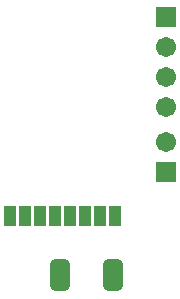
<source format=gbs>
G04*
G04 #@! TF.GenerationSoftware,Altium Limited,Altium Designer,20.1.8 (145)*
G04*
G04 Layer_Color=16711935*
%FSLAX25Y25*%
%MOIN*%
G70*
G04*
G04 #@! TF.SameCoordinates,9520363F-8405-43F2-999A-1BF51871F706*
G04*
G04*
G04 #@! TF.FilePolarity,Negative*
G04*
G01*
G75*
%ADD37C,0.06706*%
%ADD38R,0.06706X0.06706*%
G04:AMPARAMS|DCode=39|XSize=106.42mil|YSize=67.06mil|CornerRadius=18.76mil|HoleSize=0mil|Usage=FLASHONLY|Rotation=90.000|XOffset=0mil|YOffset=0mil|HoleType=Round|Shape=RoundedRectangle|*
%AMROUNDEDRECTD39*
21,1,0.10642,0.02953,0,0,90.0*
21,1,0.06890,0.06706,0,0,90.0*
1,1,0.03753,0.01476,0.03445*
1,1,0.03753,0.01476,-0.03445*
1,1,0.03753,-0.01476,-0.03445*
1,1,0.03753,-0.01476,0.03445*
%
%ADD39ROUNDEDRECTD39*%
%ADD49R,0.03950X0.06706*%
D37*
X579100Y232600D02*
D03*
Y244100D02*
D03*
Y254100D02*
D03*
Y264100D02*
D03*
D38*
Y222600D02*
D03*
Y274100D02*
D03*
D39*
X561617Y188000D02*
D03*
X543900D02*
D03*
D49*
X562200Y207900D02*
D03*
X557200D02*
D03*
X552200D02*
D03*
X532200D02*
D03*
X527200D02*
D03*
X537200D02*
D03*
X542200D02*
D03*
X547200D02*
D03*
M02*

</source>
